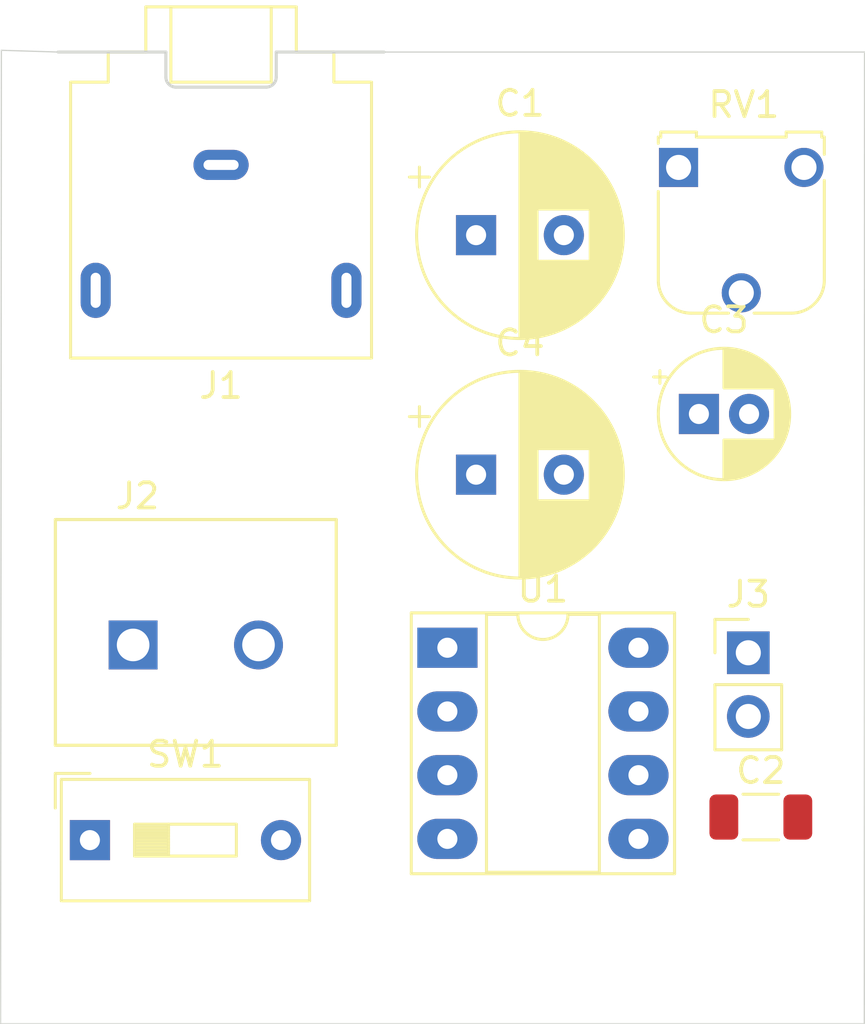
<source format=kicad_pcb>
(kicad_pcb (version 20241229) (generator "pcbnew") (generator_version "9.0")
  (layers (0 "F.Cu" signal) (2 "B.Cu" signal) (13 "F.Paste" user) (15 "B.Paste" user) (5 "F.SilkS" user "F.Silkscreen") (7 "B.SilkS" user "B.Silkscreen") (1 "F.Mask" user) (3 "B.Mask" user) (25 "Edge.Cuts" user))
  (net 0 "")
  (net 1 "Net-(SW1-B)")
  (net 2 "Net-(J3-Pin_2)")
  (net 3 "Net-(C2-Pad1)")
  (net 4 "Net-(C2-Pad2)")
  (net 5 "Net-(U1-BYPASS)")
  (net 6 "Net-(C4-Pad1)")
  (net 7 "Net-(J3-Pin_1)")
  (net 9 "Net-(SW1-A)")
  (net 10 "Net-(U1-+)")
  (footprint "Capacitor_THT:CP_Radial_D8.0mm_P3.50mm" (layer "F.Cu") (at 147.169698 109.35)
    (property "Reference" "C4" (at 1.75 -5.25 0) (layer "F.SilkS"))
    (property "Value" "220u")
    (pad "1" thru_hole rect (at 0 0) (size 1.6 1.6) (drill 0.8) (layers "*.Cu" "*.Mask") (net 6 "Net-(C4-Pad1)"))
    (pad "2" thru_hole circle (at 3.5 0) (size 1.6 1.6) (drill 0.8) (layers "*.Cu" "*.Mask") (net 7 "Net-(J3-Pin_1)"))
  )
  (footprint "Connector_Audio:Jack_3.5mm_CUI_SJ1-3523N_Horizontal" (layer "F.Cu") (at 137 97 180)
    (property "Reference" "J1" (at 0 -8.8 0) (layer "F.SilkS"))
    (property "Value" "AudioJack3")
    (fp_line (start 2.2 4.5) (end 6.5 4.5) (stroke (width 0.12)) (layer "Edge.Cuts"))
    (fp_line (start 2.2 3.5) (end 2.2 4.5) (stroke (width 0.12)) (layer "Edge.Cuts"))
    (fp_line (start 1.8 3.1) (end -1.8 3.1) (stroke (width 0.12)) (layer "Edge.Cuts"))
    (fp_line (start -2.2 4.5) (end -6.5 4.5) (stroke (width 0.12)) (layer "Edge.Cuts"))
    (fp_line (start -2.2 3.5) (end -2.2 4.5) (stroke (width 0.12)) (layer "Edge.Cuts"))
    (fp_arc (start 1.8 3.1) (mid 2.082843 3.217157) (end 2.2 3.5) (stroke (width 0.12)) (layer "Edge.Cuts"))
    (fp_arc (start -2.2 3.5) (mid -2.082842 3.217158) (end -1.8 3.1) (stroke (width 0.12)) (layer "Edge.Cuts"))
    (pad "" np_thru_hole circle (at -5 0 180) (size 1.2 1.2) (drill 1.2) (layers "*.Cu" "*.Mask"))
    (pad "" np_thru_hole circle (at -5 2.5 180) (size 1.2 1.2) (drill 1.2) (layers "*.Cu" "*.Mask"))
    (pad "" np_thru_hole circle (at 0 -5 180) (size 1.2 1.2) (drill 1.2) (layers "*.Cu" "*.Mask"))
    (pad "" np_thru_hole circle (at 5 0 180) (size 1.2 1.2) (drill 1.2) (layers "*.Cu" "*.Mask"))
    (pad "" np_thru_hole circle (at 5 2.5 180) (size 1.2 1.2) (drill 1.2) (layers "*.Cu" "*.Mask"))
    (pad "R" thru_hole oval (at -5 -5 180) (size 1.2 2.2) (drill oval 0.4 1.4) (layers "*.Cu" "*.Mask"))
    (pad "S" thru_hole oval (at 0 0 180) (size 2.2 1.2) (drill oval 1.4 0.4) (layers "*.Cu" "*.Mask") (net 2 "Net-(J3-Pin_2)"))
    (pad "T" thru_hole oval (at 5 -5) (size 1.2 2.2) (drill oval 0.4 1.4) (layers "*.Cu" "*.Mask") (net 3 "Net-(C2-Pad1)"))
  )
  (footprint "Conector 2 pinos:OST_OSTTA020161" (layer "F.Cu") (at 135.9935 116.1385)
    (property "Reference" "J2" (at -2.32623 -5.93816 0) (layer "F.SilkS") (effects (font (size 1.000535 1.000535))))
    (property "Value" "Power Connector")
    (pad "1" thru_hole rect (at -2.5 0) (size 1.95 1.95) (drill 1.3) (layers "*.Cu" "*.Mask") (net 2 "Net-(J3-Pin_2)"))
    (pad "2" thru_hole circle (at 2.5 0) (size 1.95 1.95) (drill 1.3) (layers "*.Cu" "*.Mask") (net 9 "Net-(SW1-A)"))
  )
  (footprint "Package_DIP:DIP-8_W7.62mm_Socket_LongPads" (layer "F.Cu") (at 146.025 116.25)
    (property "Reference" "U1" (at 3.81 -2.33 0) (layer "F.SilkS"))
    (property "Value" "LM386")
    (pad "1" thru_hole rect (at 0 0) (size 2.4 1.6) (drill 0.8) (layers "*.Cu" "*.Mask"))
    (pad "2" thru_hole oval (at 0 2.54) (size 2.4 1.6) (drill 0.8) (layers "*.Cu" "*.Mask") (net 2 "Net-(J3-Pin_2)"))
    (pad "3" thru_hole oval (at 0 5.08) (size 2.4 1.6) (drill 0.8) (layers "*.Cu" "*.Mask") (net 10 "Net-(U1-+)"))
    (pad "4" thru_hole oval (at 0 7.62) (size 2.4 1.6) (drill 0.8) (layers "*.Cu" "*.Mask") (net 2 "Net-(J3-Pin_2)"))
    (pad "5" thru_hole oval (at 7.62 7.62) (size 2.4 1.6) (drill 0.8) (layers "*.Cu" "*.Mask") (net 6 "Net-(C4-Pad1)"))
    (pad "6" thru_hole oval (at 7.62 5.08) (size 2.4 1.6) (drill 0.8) (layers "*.Cu" "*.Mask") (net 1 "Net-(SW1-B)"))
    (pad "7" thru_hole oval (at 7.62 2.54) (size 2.4 1.6) (drill 0.8) (layers "*.Cu" "*.Mask") (net 5 "Net-(U1-BYPASS)"))
    (pad "8" thru_hole oval (at 7.62 0) (size 2.4 1.6) (drill 0.8) (layers "*.Cu" "*.Mask"))
  )
  (footprint "Potentiometer_THT:Potentiometer_Runtron_RM-065_Vertical" (layer "F.Cu") (at 155.245 97.1)
    (property "Reference" "RV1" (at 2.6 -2.5 0) (layer "F.SilkS"))
    (property "Value" "10k")
    (pad "1" thru_hole rect (at 0 0) (size 1.56 1.56) (drill 1) (layers "*.Cu" "*.Mask") (net 10 "Net-(U1-+)"))
    (pad "2" thru_hole circle (at 2.5 5) (size 1.56 1.56) (drill 1) (layers "*.Cu" "*.Mask") (net 4 "Net-(C2-Pad2)"))
    (pad "3" thru_hole circle (at 5 0) (size 1.56 1.56) (drill 1) (layers "*.Cu" "*.Mask") (net 2 "Net-(J3-Pin_2)"))
  )
  (footprint "Button_Switch_THT:SW_DIP_SPSTx01_Slide_9.78x4.72mm_W7.62mm_P2.54mm" (layer "F.Cu") (at 131.77 123.92)
    (property "Reference" "SW1" (at 3.81 -3.42 0) (layer "F.SilkS"))
    (property "Value" "SW_SPST")
    (pad "1" thru_hole rect (at 0 0) (size 1.6 1.6) (drill 0.8) (layers "*.Cu" "*.Mask") (net 9 "Net-(SW1-A)"))
    (pad "2" thru_hole oval (at 7.62 0) (size 1.6 1.6) (drill 0.8) (layers "*.Cu" "*.Mask") (net 1 "Net-(SW1-B)"))
  )
  (footprint "Capacitor_SMD:C_1206_3216Metric" (layer "F.Cu") (at 158.525 123)
    (property "Reference" "C2" (at 0 -1.85 0) (layer "F.SilkS"))
    (property "Value" "10u")
    (pad "1" smd roundrect (at -1.475 0) (size 1.15 1.8) (layers "F.Cu" "F.Mask" "F.Paste") (roundrect_rratio 0.217391) (net 3 "Net-(C2-Pad1)"))
    (pad "2" smd roundrect (at 1.475 0) (size 1.15 1.8) (layers "F.Cu" "F.Mask" "F.Paste") (roundrect_rratio 0.217391) (net 4 "Net-(C2-Pad2)"))
  )
  (footprint "Capacitor_THT:CP_Radial_D5.0mm_P2.00mm" (layer "F.Cu") (at 156.054775 106.93)
    (property "Reference" "C3" (at 1 -3.75 0) (layer "F.SilkS"))
    (property "Value" "100u")
    (pad "1" thru_hole rect (at 0 0) (size 1.6 1.6) (drill 0.8) (layers "*.Cu" "*.Mask") (net 5 "Net-(U1-BYPASS)"))
    (pad "2" thru_hole circle (at 2 0) (size 1.6 1.6) (drill 0.8) (layers "*.Cu" "*.Mask") (net 2 "Net-(J3-Pin_2)"))
  )
  (footprint "Capacitor_THT:CP_Radial_D8.0mm_P3.50mm" (layer "F.Cu") (at 147.169698 99.8)
    (property "Reference" "C1" (at 1.75 -5.25 0) (layer "F.SilkS"))
    (property "Value" "220u")
    (pad "1" thru_hole rect (at 0 0) (size 1.6 1.6) (drill 0.8) (layers "*.Cu" "*.Mask") (net 1 "Net-(SW1-B)"))
    (pad "2" thru_hole circle (at 3.5 0) (size 1.6 1.6) (drill 0.8) (layers "*.Cu" "*.Mask") (net 2 "Net-(J3-Pin_2)"))
  )
  (footprint "Connector_PinHeader_2.54mm:PinHeader_1x02_P2.54mm_Vertical" (layer "F.Cu") (at 158.025 116.45)
    (property "Reference" "J3" (at 0 -2.33 0) (layer "F.SilkS"))
    (property "Value" "Speaker")
    (pad "1" thru_hole rect (at 0 0) (size 1.7 1.7) (drill 1) (layers "*.Cu" "*.Mask") (net 7 "Net-(J3-Pin_1)"))
    (pad "2" thru_hole oval (at 0 2.54) (size 1.7 1.7) (drill 1) (layers "*.Cu" "*.Mask") (net 2 "Net-(J3-Pin_2)"))
  )
  (gr_line (start 128.24 92.43) (end 130.5 92.5) (stroke (width 0.05)) (layer "Edge.Cuts"))
  (gr_line (start 128.21 131.24) (end 128.24 92.43) (stroke (width 0.05)) (layer "Edge.Cuts"))
  (gr_line (start 162.66 92.5) (end 162.65 131.24) (stroke (width 0.05)) (layer "Edge.Cuts"))
  (gr_line (start 143.5 92.5) (end 162.66 92.5) (stroke (width 0.05)) (layer "Edge.Cuts"))
  (gr_line (start 162.65 131.24) (end 128.21 131.24) (stroke (width 0.05)) (layer "Edge.Cuts"))
)
</source>
